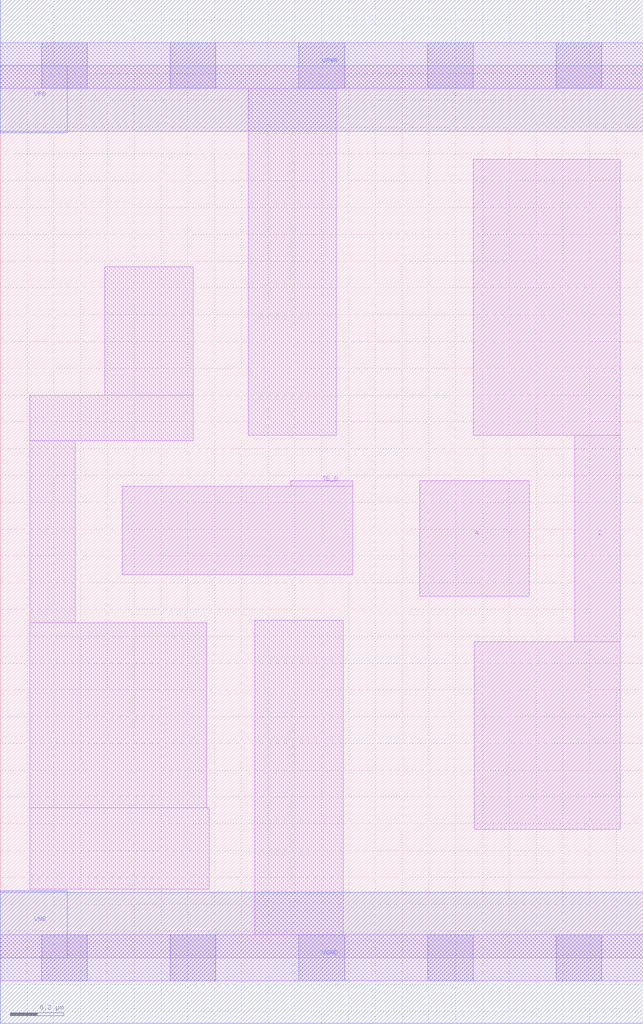
<source format=lef>
# Copyright 2020 The SkyWater PDK Authors
#
# Licensed under the Apache License, Version 2.0 (the "License");
# you may not use this file except in compliance with the License.
# You may obtain a copy of the License at
#
#     https://www.apache.org/licenses/LICENSE-2.0
#
# Unless required by applicable law or agreed to in writing, software
# distributed under the License is distributed on an "AS IS" BASIS,
# WITHOUT WARRANTIES OR CONDITIONS OF ANY KIND, either express or implied.
# See the License for the specific language governing permissions and
# limitations under the License.
#
# SPDX-License-Identifier: Apache-2.0

VERSION 5.5 ;
NAMESCASESENSITIVE ON ;
BUSBITCHARS "[]" ;
DIVIDERCHAR "/" ;
MACRO sky130_fd_sc_ms__einvn_1
  CLASS CORE ;
  SOURCE USER ;
  ORIGIN  0.000000  0.000000 ;
  SIZE  2.400000 BY  3.330000 ;
  SYMMETRY X Y ;
  SITE unit ;
  PIN A
    ANTENNAGATEAREA  0.279000 ;
    DIRECTION INPUT ;
    USE SIGNAL ;
    PORT
      LAYER li1 ;
        RECT 1.565000 1.350000 1.975000 1.780000 ;
    END
  END A
  PIN TE_B
    ANTENNAGATEAREA  0.327000 ;
    DIRECTION INPUT ;
    USE SIGNAL ;
    PORT
      LAYER li1 ;
        RECT 0.455000 1.430000 1.315000 1.760000 ;
        RECT 1.085000 1.760000 1.315000 1.780000 ;
    END
  END TE_B
  PIN Z
    ANTENNADIFFAREA  0.541300 ;
    DIRECTION OUTPUT ;
    USE SIGNAL ;
    PORT
      LAYER li1 ;
        RECT 1.765000 1.950000 2.315000 2.980000 ;
        RECT 1.770000 0.480000 2.315000 1.180000 ;
        RECT 2.145000 1.180000 2.315000 1.950000 ;
    END
  END Z
  PIN VGND
    DIRECTION INOUT ;
    USE GROUND ;
    PORT
      LAYER met1 ;
        RECT 0.000000 -0.245000 2.400000 0.245000 ;
    END
  END VGND
  PIN VNB
    DIRECTION INOUT ;
    USE GROUND ;
    PORT
      LAYER met1 ;
        RECT 0.000000 0.000000 0.250000 0.250000 ;
    END
  END VNB
  PIN VPB
    DIRECTION INOUT ;
    USE POWER ;
    PORT
      LAYER met1 ;
        RECT 0.000000 3.080000 0.250000 3.330000 ;
    END
  END VPB
  PIN VPWR
    DIRECTION INOUT ;
    USE POWER ;
    PORT
      LAYER met1 ;
        RECT 0.000000 3.085000 2.400000 3.575000 ;
    END
  END VPWR
  OBS
    LAYER li1 ;
      RECT 0.000000 -0.085000 2.400000 0.085000 ;
      RECT 0.000000  3.245000 2.400000 3.415000 ;
      RECT 0.110000  0.255000 0.780000 0.560000 ;
      RECT 0.110000  0.560000 0.770000 1.250000 ;
      RECT 0.110000  1.250000 0.280000 1.930000 ;
      RECT 0.110000  1.930000 0.720000 2.100000 ;
      RECT 0.390000  2.100000 0.720000 2.580000 ;
      RECT 0.925000  1.950000 1.255000 3.245000 ;
      RECT 0.950000  0.085000 1.280000 1.260000 ;
    LAYER mcon ;
      RECT 0.155000 -0.085000 0.325000 0.085000 ;
      RECT 0.155000  3.245000 0.325000 3.415000 ;
      RECT 0.635000 -0.085000 0.805000 0.085000 ;
      RECT 0.635000  3.245000 0.805000 3.415000 ;
      RECT 1.115000 -0.085000 1.285000 0.085000 ;
      RECT 1.115000  3.245000 1.285000 3.415000 ;
      RECT 1.595000 -0.085000 1.765000 0.085000 ;
      RECT 1.595000  3.245000 1.765000 3.415000 ;
      RECT 2.075000 -0.085000 2.245000 0.085000 ;
      RECT 2.075000  3.245000 2.245000 3.415000 ;
  END
END sky130_fd_sc_ms__einvn_1
END LIBRARY

</source>
